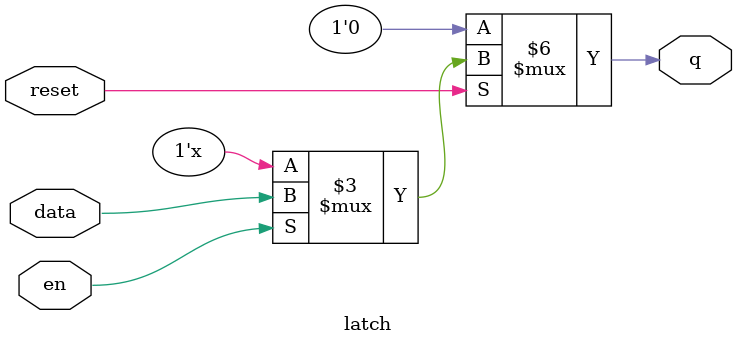
<source format=v>
module adder(input wire [31:0] currentAdderAddress, output reg [31:0] nextAdderAddress);
always @(currentAdderAddress) begin
  nextAdderAddress <= currentAdderAddress + 4;
end
endmodule



//32 bit mux
//Decided not to parameterize muxs
module mux (input wire muxSel, input wire [31:0] muxArgZero,
  input wire [31:0] muxArgOne, output reg [31:0] muxOut);
always @(muxSel, muxArgZero, muxArgOne) begin
  muxOut <= muxSel ? muxArgOne : muxArgZero;
  end
endmodule

//5 bit mux
//mux for 5 bit numbers (regDst)
module fiveMux (input wire muxFiveSel, input wire [4:0] muxFiveArgZero,
  input wire [4:0] muxFiveArgOne, output reg [4:0] muxFiveOut);
always @(muxFiveSel, muxFiveArgZero, muxFiveArgOne) begin
  muxFiveOut <= muxFiveSel ? muxFiveArgOne : muxFiveArgZero;
  end
endmodule

//triple mux
//Takes in three 32 bit options, with 2 bit selector. Used in forwarding to Ex
module tripleMux(input wire [1:0] muxSel, input wire [31:0] muxArgZZ,
                input wire [31:0] muxArgZO, input wire [31:0] muxArgOZ,
                output reg [31:0] muxOut );
always @(*)
begin
  if (muxSel == 2'b00)
  begin
    muxOut <= muxArgZZ;
  end
  else if (muxSel == 2'b01)
  begin
    muxOut <= muxArgZO;
  end
  else if (muxSel == 2'b10)
  begin
    muxOut <= muxArgOZ;
  end
  else
  begin
     //nothing
  end

end
endmodule


//shifts jump addresses and adds significant bits from the pc after adding
module jumpShifter (input wire [25:0] jumpInstruction, input [3:0] jumpAdderResult,
  output reg [31:0] jumpInstructionShifted);
  always @(jumpInstruction) begin
    jumpInstructionShifted <= jumpInstruction << 2;
    jumpInstructionShifted[31:28] <= jumpAdderResult;
  end
endmodule


//extends sign for branching and I types
module signExtend (input wire [15:0] inSignExtend, output reg [31:0] outSignExtend);
//logic for whether to expand with 1's or 0's
always @(inSignExtend) begin
  if (inSignExtend[15] == 1'b1)
    outSignExtend <= { {16{1'b1}}, inSignExtend };
  else
    outSignExtend <= { {16{1'b0}}, inSignExtend };
  //$display("Signextend; in: %x, out: %x", inSignExtend, outSignExtend);
end

endmodule




//Single dlatch
//Never used, thoughts of using this is a basemark for registers.
//TODO: paramaterize for various inputs
module latch (input wire data, input wire en, input wire reset, output reg q);

 always @ ( en or reset or data)
 if (~reset) begin
   q <= 1'b0;
 end else if (en) begin
   q <= data;
 end

 endmodule

</source>
